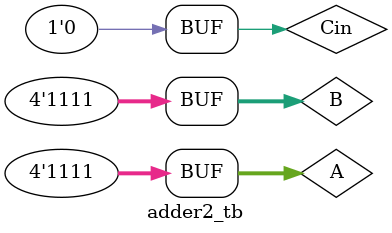
<source format=v>

module adder2_tb ();
reg [3:0] A, B;
reg Cin;
wire [3:0] Sum;
wire Cout;
adder1 U1 (A, B, Cin, Sum, Cout);
initial
begin
A = 4'b1010; B = 4'b0101; Cin = 0;
#10 A = 4'b0011; B = 4'b1101; Cin = 1;
#10 A = 4'b1111; B = 4'b1111; Cin = 0;
end
endmodule
</source>
